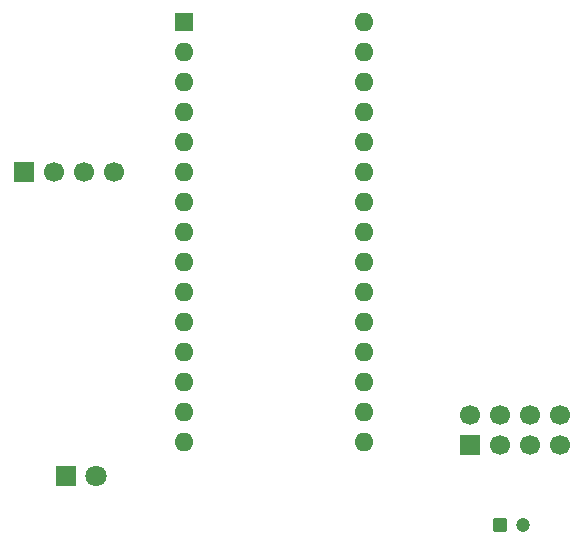
<source format=gbr>
%TF.GenerationSoftware,KiCad,Pcbnew,9.0.5*%
%TF.CreationDate,2025-11-11T16:31:38-05:00*%
%TF.ProjectId,Base_station_PCB_V0.3.1,42617365-5f73-4746-9174-696f6e5f5043,rev?*%
%TF.SameCoordinates,Original*%
%TF.FileFunction,Soldermask,Bot*%
%TF.FilePolarity,Negative*%
%FSLAX46Y46*%
G04 Gerber Fmt 4.6, Leading zero omitted, Abs format (unit mm)*
G04 Created by KiCad (PCBNEW 9.0.5) date 2025-11-11 16:31:38*
%MOMM*%
%LPD*%
G01*
G04 APERTURE LIST*
G04 Aperture macros list*
%AMRoundRect*
0 Rectangle with rounded corners*
0 $1 Rounding radius*
0 $2 $3 $4 $5 $6 $7 $8 $9 X,Y pos of 4 corners*
0 Add a 4 corners polygon primitive as box body*
4,1,4,$2,$3,$4,$5,$6,$7,$8,$9,$2,$3,0*
0 Add four circle primitives for the rounded corners*
1,1,$1+$1,$2,$3*
1,1,$1+$1,$4,$5*
1,1,$1+$1,$6,$7*
1,1,$1+$1,$8,$9*
0 Add four rect primitives between the rounded corners*
20,1,$1+$1,$2,$3,$4,$5,0*
20,1,$1+$1,$4,$5,$6,$7,0*
20,1,$1+$1,$6,$7,$8,$9,0*
20,1,$1+$1,$8,$9,$2,$3,0*%
G04 Aperture macros list end*
%ADD10R,1.800000X1.800000*%
%ADD11C,1.800000*%
%ADD12R,1.700000X1.700000*%
%ADD13C,1.700000*%
%ADD14RoundRect,0.250000X-0.350000X-0.350000X0.350000X-0.350000X0.350000X0.350000X-0.350000X0.350000X0*%
%ADD15C,1.200000*%
%ADD16R,1.600000X1.600000*%
%ADD17O,1.600000X1.600000*%
G04 APERTURE END LIST*
D10*
%TO.C,D1*%
X97620000Y-107890000D03*
D11*
X100160000Y-107890000D03*
%TD*%
D12*
%TO.C,U1*%
X131850000Y-105280000D03*
D13*
X131850000Y-102740000D03*
X134390000Y-105280000D03*
X134390000Y-102740000D03*
X136930000Y-105280000D03*
X136930000Y-102740000D03*
X139470000Y-105280000D03*
X139470000Y-102740000D03*
%TD*%
D12*
%TO.C,J1*%
X94090000Y-82130000D03*
D13*
X96630000Y-82130000D03*
X99170000Y-82130000D03*
X101710000Y-82130000D03*
%TD*%
D14*
%TO.C,C5*%
X134360000Y-112010000D03*
D15*
X136360000Y-112010000D03*
%TD*%
D16*
%TO.C,Ardunio Nano*%
X107680000Y-69430000D03*
D17*
X107680000Y-71970000D03*
X107680000Y-74510000D03*
X107680000Y-77050000D03*
X107680000Y-79590000D03*
X107680000Y-82130000D03*
X107680000Y-84670000D03*
X107680000Y-87210000D03*
X107680000Y-89750000D03*
X107680000Y-92290000D03*
X107680000Y-94830000D03*
X107680000Y-97370000D03*
X107680000Y-99910000D03*
X107680000Y-102450000D03*
X107680000Y-104990000D03*
X122920000Y-104990000D03*
X122920000Y-102450000D03*
X122920000Y-99910000D03*
X122920000Y-97370000D03*
X122920000Y-94830000D03*
X122920000Y-92290000D03*
X122920000Y-89750000D03*
X122920000Y-87210000D03*
X122920000Y-84670000D03*
X122920000Y-82130000D03*
X122920000Y-79590000D03*
X122920000Y-77050000D03*
X122920000Y-74510000D03*
X122920000Y-71970000D03*
X122920000Y-69430000D03*
%TD*%
M02*

</source>
